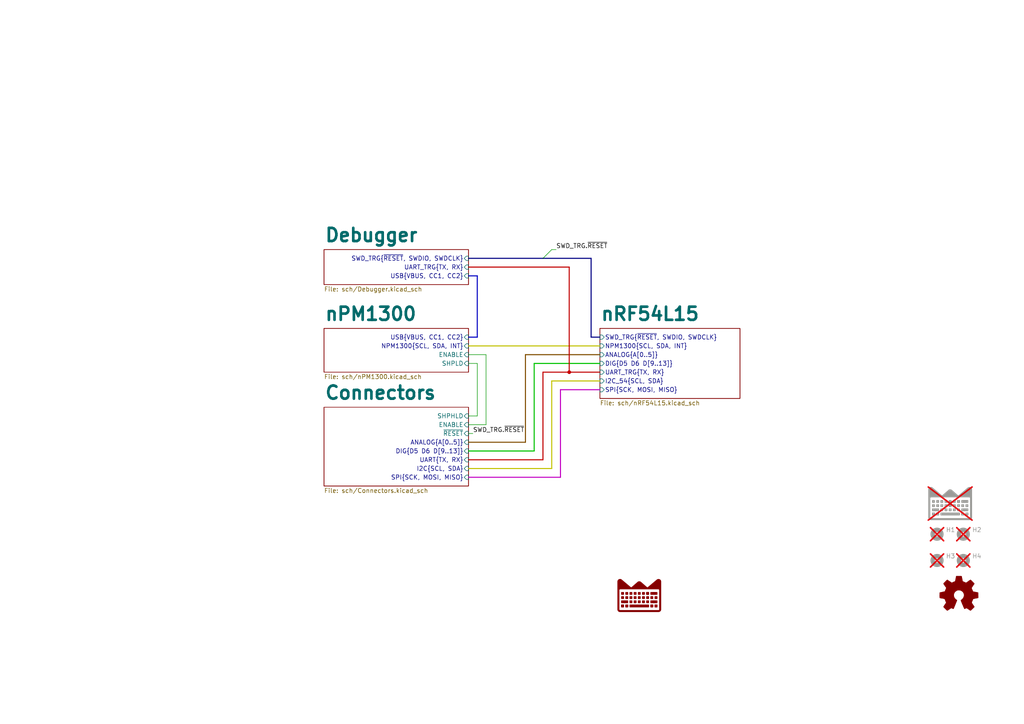
<source format=kicad_sch>
(kicad_sch (version 20250114) (generator "eeschema") (generator_version "9.0")
  (paper "A4")
  (title_block (title "RoyalBlue - nRF54L15") (date "2025-01-25") (rev "0.0.1") (company "Lord's Boards"))
  (lib_symbols
    (symbol "Graphic:Logo_Open_Hardware_Small" (in_bom no) (on_board no))
    (symbol "LordsBoards-Graphic:LordsBoardsLogo" (in_bom no) (on_board no))
    (symbol "Mechanical:MountingHole" (pin_names (offset 1.016))
      (property "Reference" "H" (at 0 5.08 0))
      (property "Value" "MountingHole" (at 0 3.175 0))
    )
  )
  (junction (at 165.1 107.95) (color 194 0 0 1))
  (bus_entry (at 157.48 74.93) (size 2.54 -2.54))
  (bus (pts (xy 152.4 128.27) (xy 135.89 128.27)) (stroke (width 0) (color 128 77 0 1)))
  (bus (pts (xy 157.48 133.35) (xy 135.89 133.35)) (stroke (width 0) (color 194 0 0 1)))
  (bus (pts (xy 162.56 113.03) (xy 162.56 138.43)) (stroke (width 0) (color 194 0 194 1)))
  (bus (pts (xy 138.43 97.79) (xy 138.43 80.01)) (stroke (width 0) (color 0 0 194 1)))
  (bus (pts (xy 165.1 77.47) (xy 165.1 107.95)) (stroke (width 0) (color 194 0 0 1)))
  (wire (pts (xy 135.89 123.19) (xy 140.97 123.19)))
  (wire (pts (xy 138.43 105.41) (xy 135.89 105.41)))
  (wire (pts (xy 160.02 72.39) (xy 161.29 72.39)))
  (bus (pts (xy 154.94 105.41) (xy 173.99 105.41)) (stroke (width 0) (color 0 194 0 1)))
  (bus (pts (xy 135.89 100.33) (xy 173.99 100.33)) (stroke (width 0) (color 194 194 0 1)))
  (bus (pts (xy 173.99 113.03) (xy 162.56 113.03)) (stroke (width 0) (color 194 0 194 1)))
  (bus (pts (xy 135.89 135.89) (xy 160.02 135.89)) (stroke (width 0) (color 194 194 0 1)))
  (bus (pts (xy 135.89 77.47) (xy 165.1 77.47)) (stroke (width 0) (color 194 0 0 1)))
  (wire (pts (xy 135.89 120.65) (xy 138.43 120.65)))
  (bus (pts (xy 173.99 102.87) (xy 152.4 102.87)) (stroke (width 0) (color 128 77 0 1)))
  (bus (pts (xy 138.43 80.01) (xy 135.89 80.01)) (stroke (width 0) (color 0 0 194 1)))
  (bus (pts (xy 165.1 107.95) (xy 157.48 107.95)) (stroke (width 0) (color 194 0 0 1)))
  (wire (pts (xy 137.16 125.73) (xy 135.89 125.73)))
  (wire (pts (xy 140.97 123.19) (xy 140.97 102.87)))
  (bus (pts (xy 162.56 138.43) (xy 135.89 138.43)) (stroke (width 0) (color 194 0 194 1)))
  (bus (pts (xy 171.45 97.79) (xy 171.45 74.93)))
  (bus (pts (xy 135.89 74.93) (xy 157.48 74.93)))
  (wire (pts (xy 138.43 120.65) (xy 138.43 105.41)))
  (wire (pts (xy 140.97 102.87) (xy 135.89 102.87)))
  (bus (pts (xy 173.99 107.95) (xy 165.1 107.95)) (stroke (width 0) (color 194 0 0 1)))
  (bus (pts (xy 160.02 110.49) (xy 173.99 110.49)) (stroke (width 0) (color 194 194 0 1)))
  (bus (pts (xy 157.48 107.95) (xy 157.48 133.35)) (stroke (width 0) (color 194 0 0 1)))
  (bus (pts (xy 173.99 97.79) (xy 171.45 97.79)))
  (bus (pts (xy 157.48 74.93) (xy 171.45 74.93)))
  (bus (pts (xy 160.02 135.89) (xy 160.02 110.49)) (stroke (width 0) (color 194 194 0 1)))
  (bus (pts (xy 135.89 130.81) (xy 154.94 130.81)) (stroke (width 0) (color 0 194 0 1)))
  (bus (pts (xy 152.4 102.87) (xy 152.4 128.27)) (stroke (width 0) (color 128 77 0 1)))
  (bus (pts (xy 135.89 97.79) (xy 138.43 97.79)) (stroke (width 0) (color 0 0 194 1)))
  (bus (pts (xy 154.94 130.81) (xy 154.94 105.41)) (stroke (width 0) (color 0 194 0 1)))
  (label "SWD_TRG.~{RESET}" (at 161.29 72.39 0))
  (label "SWD_TRG.~{RESET}" (at 137.16 125.73 0))
  (symbol (lib_id "Mechanical:MountingHole") (at 279.4 154.94 0) (unit 1) (exclude_from_sim yes) (in_bom no) (dnp yes)
    (property "Reference" "H2" (at 281.94 153.67 0) (effects (justify left)))
    (property "Value" "MountingHole" (effects (hide yes)))
    (property "Footprint" "MountingHole:MountingHole_2.5mm" (effects (hide yes)))
  )
  (symbol (lib_id "Graphic:Logo_Open_Hardware_Small") (at 278.13 172.72 0) (unit 1) (in_bom no) (on_board no)
    (property "Reference" "#SYM1" (effects (hide yes)))
    (property "Value" "Logo_Open_Hardware_Small" (effects (hide yes)))
  )
  (symbol (lib_id "Mechanical:MountingHole") (at 279.4 162.56 0) (unit 1) (exclude_from_sim yes) (in_bom no) (dnp yes)
    (property "Reference" "H4" (at 281.94 161.29 0) (effects (justify left)))
    (property "Value" "MountingHole" (effects (hide yes)))
    (property "Footprint" "MountingHole:MountingHole_2.5mm" (effects (hide yes)))
  )
  (symbol (lib_id "LordsBoards-Graphic:LordsBoardsLogo") (at 185.42 172.72 0) (unit 1) (in_bom no) (on_board no)
    (property "Reference" "#SYM2" (effects (hide yes)))
  )
  (symbol (lib_id "Mechanical:MountingHole") (at 271.78 154.94 0) (unit 1) (exclude_from_sim yes) (in_bom no) (dnp yes)
    (property "Reference" "H1" (at 274.32 153.67 0) (effects (justify left)))
    (property "Value" "MountingHole" (effects (hide yes)))
    (property "Footprint" "MountingHole:MountingHole_2.5mm" (effects (hide yes)))
  )
  (symbol (lib_id "Mechanical:MountingHole") (at 271.78 162.56 0) (unit 1) (exclude_from_sim yes) (in_bom no) (dnp yes)
    (property "Reference" "H3" (at 274.32 161.29 0) (effects (justify left)))
    (property "Value" "MountingHole" (effects (hide yes)))
    (property "Footprint" "MountingHole:MountingHole_2.5mm" (effects (hide yes)))
  )
  (symbol (lib_id "LordsBoards-Graphic:LordsBoardsLogo") (at 275.59 146.05 0) (unit 1) (exclude_from_sim yes) (in_bom no) (dnp yes)
    (property "Reference" "LOGO1" (effects (hide yes)))
    (property "Footprint" "LordsBoards-Symbol:LordsBoardsLogo_Small_Silk" (effects (hide yes)))
  )
  (sheet (at 93.98 118.11) (size 41.91 22.86) (stroke (width 0.1524))
    (property "Sheetname" "Connectors" (at 93.98 116.1284 0) (effects (font (size 3.81 3.81) (thickness 0.762) (bold yes)) (justify left bottom)))
    (property "Sheetfile" "sch/Connectors.kicad_sch" (at 93.98 141.5546 0) (effects (justify left top)))
    (pin "ENABLE" input (at 135.89 123.19 0))
    (pin "SHPHLD" input (at 135.89 120.65 0))
    (pin "UART{TX, RX}" input (at 135.89 133.35 0))
    (pin "SPI{SCK, MOSI, MISO}" input (at 135.89 138.43 0))
    (pin "I2C{SCL, SDA}" input (at 135.89 135.89 0))
    (pin "ANALOG{A[0..5]}" input (at 135.89 128.27 0))
    (pin "DIG{D5 D6 D[9..13]}" input (at 135.89 130.81 0))
    (pin "~{RESET}" input (at 135.89 125.73 0))
  )
  (sheet (at 93.98 95.25) (size 41.91 12.7) (stroke (width 0.1524))
    (property "Sheetname" "nPM1300" (at 93.98 93.2684 0) (effects (font (size 3.81 3.81) (thickness 0.762) (bold yes)) (justify left bottom)))
    (property "Sheetfile" "sch/nPM1300.kicad_sch" (at 93.98 108.5346 0) (effects (justify left top)))
    (pin "SHPLD" input (at 135.89 105.41 0))
    (pin "ENABLE" input (at 135.89 102.87 0))
    (pin "USB{VBUS, CC1, CC2}" input (at 135.89 97.79 0))
    (pin "NPM1300{SCL, SDA, INT}" input (at 135.89 100.33 0))
  )
  (sheet (at 173.99 95.25) (size 40.64 20.32) (stroke (width 0.1524))
    (property "Sheetname" "nRF54L15" (at 173.99 93.2684 0) (effects (font (size 3.81 3.81) (thickness 0.762) (bold yes)) (justify left bottom)))
    (property "Sheetfile" "sch/nRF54L15.kicad_sch" (at 173.99 116.1546 0) (effects (justify left top)))
    (pin "ANALOG{A[0..5]}" input (at 173.99 102.87 180))
    (pin "I2C_54{SCL, SDA}" input (at 173.99 110.49 180))
    (pin "NPM1300{SCL, SDA, INT}" input (at 173.99 100.33 180))
    (pin "SPI{SCK, MOSI, MISO}" input (at 173.99 113.03 180))
    (pin "SWD_TRG{~{RESET}, SWDIO, SWDCLK}" input (at 173.99 97.79 180))
    (pin "UART_TRG{TX, RX}" input (at 173.99 107.95 180))
    (pin "DIG{D5 D6 D[9..13]}" input (at 173.99 105.41 180))
  )
  (sheet (at 93.98 72.39) (size 41.91 10.16) (stroke (width 0.1524))
    (property "Sheetname" "Debugger" (at 93.98 70.4084 0) (effects (font (size 3.81 3.81) (thickness 0.762) (bold yes)) (justify left bottom)))
    (property "Sheetfile" "sch/Debugger.kicad_sch" (at 93.98 83.1346 0) (effects (justify left top)))
    (pin "USB{VBUS, CC1, CC2}" input (at 135.89 80.01 0))
    (pin "SWD_TRG{~{RESET}, SWDIO, SWDCLK}" input (at 135.89 74.93 0))
    (pin "UART_TRG{TX, RX}" input (at 135.89 77.47 0))
  )
)
</source>
